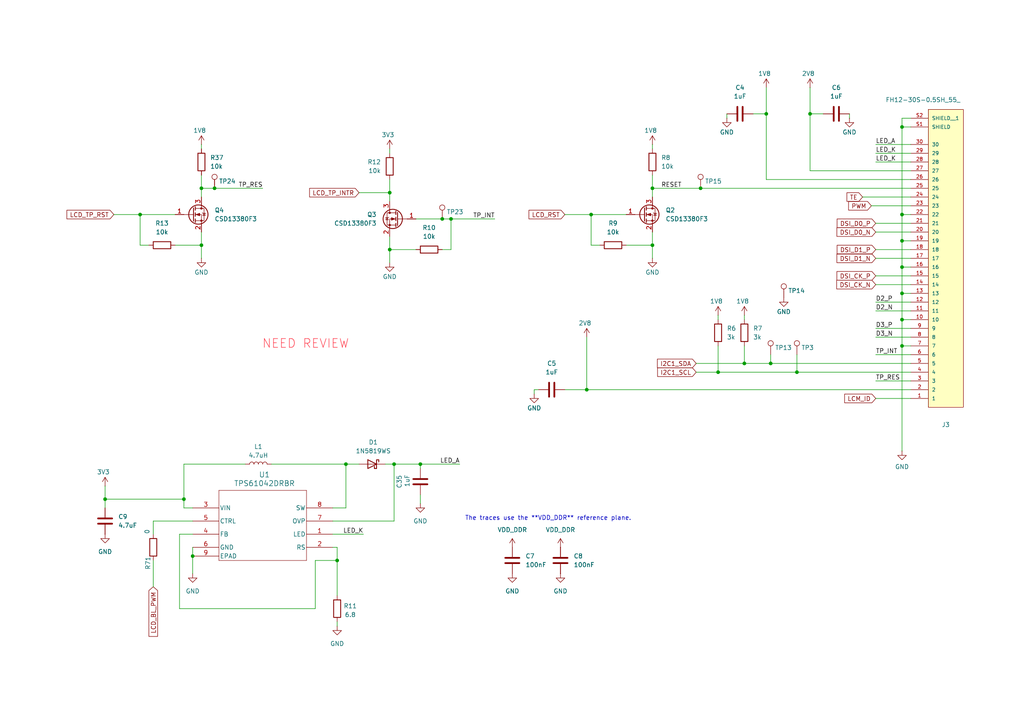
<source format=kicad_sch>
(kicad_sch (version 20250114) (generator "eeschema") (generator_version "9.0")
  (paper "A4")
  (lib_symbols
    (symbol "Connector:TestPoint" (pin_numbers (hide yes)) (pin_names (offset 0.762) (hide yes))
      (property "Reference" "TP" (at 0 6.858 0))
      (property "Value" "TestPoint" (at 0 5.08 0))
      (symbol "TestPoint_0_1"
        (circle (center 0 3.302) (radius 0.762))
      )
      (symbol "TestPoint_1_1"
        (pin passive line (at 0 0 90) (length 2.54) (name "1") (number "1"))
      )
    )
    (symbol "Device:C" (pin_numbers (hide yes)) (pin_names (offset 0.254))
      (property "Reference" "C" (at 0.635 2.54 0))
      (property "Value" "C" (at 0.635 -2.54 0))
      (symbol "C_0_1"
        (polyline (pts (xy -2.032 0.762) (xy 2.032 0.762)) (stroke (width 0.508)))
        (polyline (pts (xy -2.032 -0.762) (xy 2.032 -0.762)) (stroke (width 0.508)))
      )
      (symbol "C_1_1"
        (pin passive line (at 0 3.81 270) (length 2.794) (name "~") (number "1"))
        (pin passive line (at 0 -3.81 90) (length 2.794) (name "~") (number "2"))
      )
    )
    (symbol "Device:L" (pin_numbers (hide yes)) (pin_names (offset 1.016) (hide yes))
      (property "Reference" "L" (at -1.27 0 90))
      (property "Value" "L" (at 1.905 0 90))
      (symbol "L_0_1"
        (arc (start 0 2.54) (mid 0.6323 1.905) (end 0 1.27))
        (arc (start 0 1.27) (mid 0.6323 0.635) (end 0 0))
        (arc (start 0 0) (mid 0.6323 -0.635) (end 0 -1.27))
        (arc (start 0 -1.27) (mid 0.6323 -1.905) (end 0 -2.54))
      )
      (symbol "L_1_1"
        (pin passive line (at 0 3.81 270) (length 1.27) (name "1") (number "1"))
        (pin passive line (at 0 -3.81 90) (length 1.27) (name "2") (number "2"))
      )
    )
    (symbol "Device:R" (pin_numbers (hide yes)) (pin_names (offset 0))
      (property "Reference" "R" (at 2.032 0 90))
      (property "Value" "R" (at 0 0 90))
      (symbol "R_0_1"
        (rectangle (start -1.016 -2.54) (end 1.016 2.54) (stroke (width 0.254)))
      )
      (symbol "R_1_1"
        (pin passive line (at 0 3.81 270) (length 1.27) (name "~") (number "1"))
        (pin passive line (at 0 -3.81 90) (length 1.27) (name "~") (number "2"))
      )
    )
    (symbol "Diode:1N5819WS" (pin_numbers (hide yes)) (pin_names (offset 1.016) (hide yes))
      (property "Reference" "D" (at 0 2.54 0))
      (property "Value" "1N5819WS" (at 0 -2.54 0))
      (symbol "1N5819WS_0_1"
        (polyline (pts (xy -1.905 0.635) (xy -1.905 1.27) (xy -1.27 1.27) (xy -1.27 -1.27) (xy -0.635 -1.27) (xy -0.635 -0.635)) (stroke (width 0.254)))
        (polyline (pts (xy 1.27 1.27) (xy 1.27 -1.27) (xy -1.27 0) (xy 1.27 1.27)) (stroke (width 0.254)))
        (polyline (pts (xy 1.27 0) (xy -1.27 0)))
      )
      (symbol "1N5819WS_1_1"
        (pin passive line (at -3.81 0 0) (length 2.54) (name "K") (number "1"))
        (pin passive line (at 3.81 0 180) (length 2.54) (name "A") (number "2"))
      )
    )
    (symbol "FH12-30S-0.5SH_55_:FH12-30S-0.5SH_55_" (pin_names (offset 1.016))
      (property "Reference" "J" (at -5.1031 41.2766 0))
      (property "Value" "FH12-30S-0.5SH_55_" (at -5.0944 -48.3335 0))
      (symbol "FH12-30S-0.5SH_55__0_0"
        (rectangle (start -5.08 -45.72) (end 5.08 40.64) (stroke (width 0.1524)) (fill (type background)))
        (pin passive line (at 10.16 38.1 180) (length 5.08) (name "1") (number "1"))
        (pin passive line (at 10.16 35.56 180) (length 5.08) (name "2") (number "2"))
        (pin passive line (at 10.16 33.02 180) (length 5.08) (name "3") (number "3"))
        (pin passive line (at 10.16 30.48 180) (length 5.08) (name "4") (number "4"))
        (pin passive line (at 10.16 27.94 180) (length 5.08) (name "5") (number "5"))
        (pin passive line (at 10.16 25.4 180) (length 5.08) (name "6") (number "6"))
        (pin passive line (at 10.16 22.86 180) (length 5.08) (name "7") (number "7"))
        (pin passive line (at 10.16 20.32 180) (length 5.08) (name "8") (number "8"))
        (pin passive line (at 10.16 17.78 180) (length 5.08) (name "9") (number "9"))
        (pin passive line (at 10.16 15.24 180) (length 5.08) (name "10") (number "10"))
        (pin passive line (at 10.16 12.7 180) (length 5.08) (name "11") (number "11"))
        (pin passive line (at 10.16 10.16 180) (length 5.08) (name "12") (number "12"))
        (pin passive line (at 10.16 7.62 180) (length 5.08) (name "13") (number "13"))
        (pin passive line (at 10.16 5.08 180) (length 5.08) (name "14") (number "14"))
        (pin passive line (at 10.16 2.54 180) (length 5.08) (name "15") (number "15"))
        (pin passive line (at 10.16 0 180) (length 5.08) (name "16") (number "16"))
        (pin passive line (at 10.16 -2.54 180) (length 5.08) (name "17") (number "17"))
        (pin passive line (at 10.16 -5.08 180) (length 5.08) (name "18") (number "18"))
        (pin passive line (at 10.16 -7.62 180) (length 5.08) (name "19") (number "19"))
        (pin passive line (at 10.16 -10.16 180) (length 5.08) (name "20") (number "20"))
        (pin passive line (at 10.16 -12.7 180) (length 5.08) (name "21") (number "21"))
        (pin passive line (at 10.16 -15.24 180) (length 5.08) (name "22") (number "22"))
        (pin passive line (at 10.16 -17.78 180) (length 5.08) (name "23") (number "23"))
        (pin passive line (at 10.16 -20.32 180) (length 5.08) (name "24") (number "24"))
        (pin passive line (at 10.16 -22.86 180) (length 5.08) (name "25") (number "25"))
        (pin passive line (at 10.16 -25.4 180) (length 5.08) (name "26") (number "26"))
        (pin passive line (at 10.16 -27.94 180) (length 5.08) (name "27") (number "27"))
        (pin passive line (at 10.16 -30.48 180) (length 5.08) (name "28") (number "28"))
        (pin passive line (at 10.16 -33.02 180) (length 5.08) (name "29") (number "29"))
        (pin passive line (at 10.16 -35.56 180) (length 5.08) (name "30") (number "30"))
        (pin passive line (at 10.16 -40.64 180) (length 5.08) (name "SHIELD") (number "S1"))
        (pin passive line (at 10.16 -43.18 180) (length 5.08) (name "SHIELD__1") (number "S2"))
      )
    )
    (symbol "TPS61042:TPS61042DRBR" (pin_names (offset 0.254))
      (property "Reference" "U" (at 27.94 10.16 0))
      (property "Value" "TPS61042DRBR" (at 27.94 7.62 0))
      (symbol "TPS61042DRBR_0_1"
        (polyline (pts (xy 7.62 5.08) (xy 7.62 -15.24)) (stroke (width 0.127)))
        (polyline (pts (xy 7.62 -15.24) (xy 33.02 -15.24)) (stroke (width 0.127)) (fill (type background)))
        (polyline (pts (xy 33.02 5.08) (xy 7.62 5.08)) (stroke (width 0.127)))
        (polyline (pts (xy 33.02 -15.24) (xy 33.02 5.08)) (stroke (width 0.127)))
        (pin input line (at 0 0 0) (length 7.62) (name "VIN") (number "3"))
        (pin input line (at 0 -3.81 0) (length 7.62) (name "CTRL") (number "5"))
        (pin input line (at 0 -7.62 0) (length 7.62) (name "FB") (number "4"))
        (pin power_in line (at 0 -11.43 0) (length 7.62) (name "GND") (number "6"))
        (pin unspecified line (at 0 -13.97 0) (length 7.62) (name "EPAD") (number "9"))
        (pin input line (at 40.64 0 180) (length 7.62) (name "SW") (number "8"))
        (pin input line (at 40.64 -3.81 180) (length 7.62) (name "OVP") (number "7"))
        (pin input line (at 40.64 -7.62 180) (length 7.62) (name "LED") (number "1"))
        (pin output line (at 40.64 -11.43 180) (length 7.62) (name "RS") (number "2"))
      )
    )
    (symbol "Transistor_FET:CSD13380F3" (pin_names (hide yes))
      (property "Reference" "Q" (at 5.08 1.905 0))
      (property "Value" "CSD13380F3" (at 5.08 0 0))
      (symbol "CSD13380F3_1_1"
        (polyline (pts (xy 0.254 0) (xy -2.54 0)))
        (polyline (pts (xy 0.254 -1.905) (xy 0.254 1.905)) (stroke (width 0.254)))
        (polyline (pts (xy 0.762 1.778) (xy 3.302 1.778) (xy 3.302 -1.778) (xy 0.762 -1.778)))
        (polyline (pts (xy 0.762 1.27) (xy 0.762 2.286)) (stroke (width 0.254)))
        (polyline (pts (xy 0.762 -0.508) (xy 0.762 0.508)) (stroke (width 0.254)))
        (polyline (pts (xy 0.762 -2.286) (xy 0.762 -1.27)) (stroke (width 0.254)))
        (polyline (pts (xy 1.016 0) (xy 2.032 -0.381) (xy 2.032 0.381) (xy 1.016 0)) (fill (type outline)))
        (circle (center 1.651 0) (radius 2.794) (stroke (width 0.254)))
        (polyline (pts (xy 2.54 1.905) (xy 2.54 2.54)))
        (circle (center 2.54 1.778) (radius 0.254) (fill (type outline)))
        (circle (center 2.54 -1.778) (radius 0.254) (fill (type outline)))
        (polyline (pts (xy 2.54 -2.54) (xy 2.54 0) (xy 0.762 0)))
        (polyline (pts (xy 2.794 0.508) (xy 2.921 0.381) (xy 3.683 0.381) (xy 3.81 0.254)))
        (polyline (pts (xy 3.302 0.381) (xy 2.921 -0.254) (xy 3.683 -0.254) (xy 3.302 0.381)))
        (pin input line (at -5.08 0 0) (length 2.54) (name "G") (number "1"))
        (pin passive line (at 2.54 5.08 270) (length 2.54) (name "D") (number "3"))
        (pin passive line (at 2.54 -5.08 90) (length 2.54) (name "S") (number "2"))
      )
    )
    (symbol "power:+36V" (power) (pin_numbers (hide yes)) (pin_names (offset 0) (hide yes))
      (property "Value" "+36V" (at 0 3.556 0))
      (symbol "+36V_0_1"
        (polyline (pts (xy -0.762 1.27) (xy 0 2.54)))
        (polyline (pts (xy 0 2.54) (xy 0.762 1.27)))
        (polyline (pts (xy 0 0) (xy 0 2.54)))
      )
      (symbol "+36V_1_1"
        (pin power_in line (at 0 0 90) (length 0) (name "~") (number "1"))
      )
    )
    (symbol "power:GND" (power) (pin_numbers (hide yes)) (pin_names (offset 0) (hide yes))
      (property "Value" "GND" (at 0 -3.81 0))
      (symbol "GND_0_1"
        (polyline (pts (xy 0 0) (xy 0 -1.27) (xy 1.27 -1.27) (xy 0 -2.54) (xy -1.27 -1.27) (xy 0 -1.27)))
      )
      (symbol "GND_1_1"
        (pin power_in line (at 0 0 270) (length 0) (name "~") (number "1"))
      )
    )
    (symbol "power:VCC" (power) (pin_numbers (hide yes)) (pin_names (offset 0) (hide yes))
      (property "Value" "VCC" (at 0 3.556 0))
      (symbol "VCC_0_1"
        (polyline (pts (xy -0.762 1.27) (xy 0 2.54)))
        (polyline (pts (xy 0 2.54) (xy 0.762 1.27)))
        (polyline (pts (xy 0 0) (xy 0 2.54)))
      )
      (symbol "VCC_1_1"
        (pin power_in line (at 0 0 90) (length 0) (name "~") (number "1"))
      )
    )
  )
  (text "NEED REVIEW" (at 88.646 99.822 0) (effects (font (size 2.54 2.54))))
  (text "The traces use the **VDD_DDR** reference plane." (at 159.004 150.368 0) (effects (font (size 1.27 1.27))))
  (junction (at 222.25 33.02))
  (junction (at 223.52 105.41))
  (junction (at 114.3 134.62))
  (junction (at 261.62 92.71))
  (junction (at 121.92 134.62))
  (junction (at 208.28 107.95))
  (junction (at 62.23 54.61))
  (junction (at 261.62 36.83))
  (junction (at 113.03 72.39))
  (junction (at 231.14 107.95))
  (junction (at 203.2 54.61))
  (junction (at 215.9 105.41))
  (junction (at 261.62 62.23))
  (junction (at 261.62 100.33))
  (junction (at 40.64 62.23))
  (junction (at 58.42 54.61))
  (junction (at 97.79 162.56))
  (junction (at 30.48 144.78))
  (junction (at 130.81 63.5))
  (junction (at 128.27 63.5))
  (junction (at 189.23 71.12))
  (junction (at 170.18 113.03))
  (junction (at 234.95 33.02))
  (junction (at 261.62 69.85))
  (junction (at 261.62 77.47))
  (junction (at 53.34 144.78))
  (junction (at 171.45 62.23))
  (junction (at 55.88 161.29))
  (junction (at 100.33 134.62))
  (junction (at 189.23 54.61))
  (junction (at 58.42 71.12))
  (junction (at 113.03 55.88))
  (junction (at 261.62 85.09))
  (wire (pts (xy 163.83 113.03) (xy 170.18 113.03)))
  (wire (pts (xy 121.92 134.62) (xy 121.92 135.89)))
  (wire (pts (xy 210.82 34.29) (xy 210.82 33.02)))
  (wire (pts (xy 128.27 72.39) (xy 130.81 72.39)))
  (wire (pts (xy 254 87.63) (xy 264.16 87.63)))
  (wire (pts (xy 128.27 63.5) (xy 120.65 63.5)))
  (wire (pts (xy 130.81 63.5) (xy 128.27 63.5)))
  (wire (pts (xy 58.42 54.61) (xy 62.23 54.61)))
  (wire (pts (xy 97.79 180.34) (xy 97.79 181.61)))
  (wire (pts (xy 154.94 114.3) (xy 154.94 113.03)))
  (wire (pts (xy 58.42 41.91) (xy 58.42 43.18)))
  (wire (pts (xy 58.42 54.61) (xy 58.42 57.15)))
  (wire (pts (xy 40.64 71.12) (xy 40.64 62.23)))
  (wire (pts (xy 261.62 36.83) (xy 264.16 36.83)))
  (wire (pts (xy 223.52 102.87) (xy 223.52 105.41)))
  (wire (pts (xy 254 97.79) (xy 264.16 97.79)))
  (wire (pts (xy 261.62 36.83) (xy 261.62 62.23)))
  (wire (pts (xy 261.62 100.33) (xy 264.16 100.33)))
  (wire (pts (xy 170.18 113.03) (xy 264.16 113.03)))
  (wire (pts (xy 163.83 62.23) (xy 171.45 62.23)))
  (wire (pts (xy 222.25 33.02) (xy 222.25 52.07)))
  (wire (pts (xy 261.62 77.47) (xy 264.16 77.47)))
  (wire (pts (xy 96.52 147.32) (xy 100.33 147.32)))
  (wire (pts (xy 171.45 71.12) (xy 171.45 62.23)))
  (wire (pts (xy 254 72.39) (xy 264.16 72.39)))
  (wire (pts (xy 113.03 43.18) (xy 113.03 44.45)))
  (wire (pts (xy 55.88 158.75) (xy 55.88 161.29)))
  (wire (pts (xy 62.23 54.61) (xy 76.2 54.61)))
  (wire (pts (xy 254 64.77) (xy 264.16 64.77)))
  (wire (pts (xy 254 44.45) (xy 264.16 44.45)))
  (wire (pts (xy 261.62 34.29) (xy 261.62 36.83)))
  (wire (pts (xy 33.02 62.23) (xy 40.64 62.23)))
  (wire (pts (xy 171.45 62.23) (xy 181.61 62.23)))
  (wire (pts (xy 261.62 85.09) (xy 261.62 92.71)))
  (wire (pts (xy 55.88 161.29) (xy 55.88 166.37)))
  (wire (pts (xy 30.48 147.32) (xy 30.48 144.78)))
  (wire (pts (xy 114.3 134.62) (xy 114.3 151.13)))
  (wire (pts (xy 50.8 71.12) (xy 58.42 71.12)))
  (wire (pts (xy 53.34 147.32) (xy 53.34 144.78)))
  (wire (pts (xy 58.42 74.93) (xy 58.42 71.12)))
  (wire (pts (xy 234.95 33.02) (xy 234.95 49.53)))
  (wire (pts (xy 189.23 54.61) (xy 203.2 54.61)))
  (wire (pts (xy 189.23 50.8) (xy 189.23 54.61)))
  (wire (pts (xy 173.99 71.12) (xy 171.45 71.12)))
  (wire (pts (xy 261.62 62.23) (xy 261.62 69.85)))
  (wire (pts (xy 261.62 100.33) (xy 261.62 130.81)))
  (wire (pts (xy 97.79 162.56) (xy 91.44 162.56)))
  (wire (pts (xy 215.9 91.44) (xy 215.9 92.71)))
  (wire (pts (xy 250.19 57.15) (xy 264.16 57.15)))
  (wire (pts (xy 43.18 71.12) (xy 40.64 71.12)))
  (wire (pts (xy 254 80.01) (xy 264.16 80.01)))
  (wire (pts (xy 231.14 107.95) (xy 264.16 107.95)))
  (wire (pts (xy 30.48 140.97) (xy 30.48 144.78)))
  (wire (pts (xy 189.23 74.93) (xy 189.23 71.12)))
  (wire (pts (xy 201.93 107.95) (xy 208.28 107.95)))
  (wire (pts (xy 44.45 170.18) (xy 44.45 162.56)))
  (wire (pts (xy 254 74.93) (xy 264.16 74.93)))
  (wire (pts (xy 44.45 154.94) (xy 44.45 151.13)))
  (wire (pts (xy 113.03 76.2) (xy 113.03 72.39)))
  (wire (pts (xy 208.28 107.95) (xy 231.14 107.95)))
  (wire (pts (xy 261.62 69.85) (xy 264.16 69.85)))
  (wire (pts (xy 254 95.25) (xy 264.16 95.25)))
  (wire (pts (xy 254 46.99) (xy 264.16 46.99)))
  (wire (pts (xy 113.03 72.39) (xy 113.03 68.58)))
  (wire (pts (xy 58.42 50.8) (xy 58.42 54.61)))
  (wire (pts (xy 254 110.49) (xy 264.16 110.49)))
  (wire (pts (xy 234.95 49.53) (xy 264.16 49.53)))
  (wire (pts (xy 130.81 63.5) (xy 143.51 63.5)))
  (wire (pts (xy 246.38 34.29) (xy 246.38 33.02)))
  (wire (pts (xy 234.95 25.4) (xy 234.95 33.02)))
  (wire (pts (xy 113.03 58.42) (xy 113.03 55.88)))
  (wire (pts (xy 181.61 71.12) (xy 189.23 71.12)))
  (wire (pts (xy 203.2 54.61) (xy 264.16 54.61)))
  (wire (pts (xy 264.16 34.29) (xy 261.62 34.29)))
  (wire (pts (xy 201.93 105.41) (xy 215.9 105.41)))
  (wire (pts (xy 264.16 62.23) (xy 261.62 62.23)))
  (wire (pts (xy 223.52 105.41) (xy 264.16 105.41)))
  (wire (pts (xy 91.44 176.53) (xy 52.07 176.53)))
  (wire (pts (xy 52.07 154.94) (xy 55.88 154.94)))
  (wire (pts (xy 170.18 97.79) (xy 170.18 113.03)))
  (wire (pts (xy 238.76 33.02) (xy 234.95 33.02)))
  (wire (pts (xy 231.14 102.87) (xy 231.14 107.95)))
  (wire (pts (xy 215.9 100.33) (xy 215.9 105.41)))
  (wire (pts (xy 215.9 105.41) (xy 223.52 105.41)))
  (wire (pts (xy 264.16 85.09) (xy 261.62 85.09)))
  (wire (pts (xy 113.03 52.07) (xy 113.03 55.88)))
  (wire (pts (xy 100.33 134.62) (xy 100.33 147.32)))
  (wire (pts (xy 261.62 69.85) (xy 261.62 77.47)))
  (wire (pts (xy 44.45 151.13) (xy 55.88 151.13)))
  (wire (pts (xy 222.25 52.07) (xy 264.16 52.07)))
  (wire (pts (xy 96.52 158.75) (xy 97.79 158.75)))
  (wire (pts (xy 208.28 91.44) (xy 208.28 92.71)))
  (wire (pts (xy 218.44 33.02) (xy 222.25 33.02)))
  (wire (pts (xy 111.76 134.62) (xy 114.3 134.62)))
  (wire (pts (xy 121.92 143.51) (xy 121.92 146.05)))
  (wire (pts (xy 261.62 77.47) (xy 261.62 85.09)))
  (wire (pts (xy 208.28 100.33) (xy 208.28 107.95)))
  (wire (pts (xy 30.48 144.78) (xy 53.34 144.78)))
  (wire (pts (xy 120.65 72.39) (xy 113.03 72.39)))
  (wire (pts (xy 104.14 55.88) (xy 113.03 55.88)))
  (wire (pts (xy 254 102.87) (xy 264.16 102.87)))
  (wire (pts (xy 114.3 151.13) (xy 96.52 151.13)))
  (wire (pts (xy 254 41.91) (xy 264.16 41.91)))
  (wire (pts (xy 114.3 134.62) (xy 121.92 134.62)))
  (wire (pts (xy 52.07 176.53) (xy 52.07 154.94)))
  (wire (pts (xy 254 82.55) (xy 264.16 82.55)))
  (wire (pts (xy 55.88 147.32) (xy 53.34 147.32)))
  (wire (pts (xy 78.74 134.62) (xy 100.33 134.62)))
  (wire (pts (xy 97.79 162.56) (xy 97.79 172.72)))
  (wire (pts (xy 97.79 162.56) (xy 97.79 158.75)))
  (wire (pts (xy 96.52 154.94) (xy 105.41 154.94)))
  (wire (pts (xy 254 115.57) (xy 264.16 115.57)))
  (wire (pts (xy 58.42 71.12) (xy 58.42 67.31)))
  (wire (pts (xy 40.64 62.23) (xy 50.8 62.23)))
  (wire (pts (xy 154.94 113.03) (xy 156.21 113.03)))
  (wire (pts (xy 121.92 134.62) (xy 133.35 134.62)))
  (wire (pts (xy 100.33 134.62) (xy 104.14 134.62)))
  (wire (pts (xy 261.62 92.71) (xy 261.62 100.33)))
  (wire (pts (xy 91.44 162.56) (xy 91.44 176.53)))
  (wire (pts (xy 254 90.17) (xy 264.16 90.17)))
  (wire (pts (xy 53.34 144.78) (xy 53.34 134.62)))
  (wire (pts (xy 189.23 57.15) (xy 189.23 54.61)))
  (wire (pts (xy 53.34 134.62) (xy 71.12 134.62)))
  (wire (pts (xy 261.62 92.71) (xy 264.16 92.71)))
  (wire (pts (xy 254 67.31) (xy 264.16 67.31)))
  (wire (pts (xy 189.23 41.91) (xy 189.23 43.18)))
  (wire (pts (xy 252.73 59.69) (xy 264.16 59.69)))
  (wire (pts (xy 130.81 72.39) (xy 130.81 63.5)))
  (wire (pts (xy 222.25 25.4) (xy 222.25 33.02)))
  (wire (pts (xy 189.23 71.12) (xy 189.23 67.31)))
  (label "LED_K" (at 105.41 154.94 180))
  (label "LED_A" (at 133.35 134.62 180))
  (label "LED_K" (at 254 44.45 0))
  (label "D2_N" (at 254 90.17 0))
  (label "D2_P" (at 254 87.63 0))
  (label "TP_RES" (at 254 110.49 0))
  (label "LED_K" (at 254 46.99 0))
  (label "TP_INT" (at 143.51 63.5 180))
  (label "LED_A" (at 254 41.91 0))
  (label "RESET" (at 191.77 54.61 0))
  (label "TP_RES" (at 76.2 54.61 180))
  (label "TP_INT" (at 254 102.87 0))
  (label "D3_P" (at 254 95.25 0))
  (label "D3_N" (at 254 97.79 0))
  (global_label "DSI_D1_N" (shape input) (at 254 74.93 180) (property "Intersheetrefs" "${INTERSHEET_REFS}" (effects (hide yes))))
  (global_label "I2C1_SDA" (shape input) (at 201.93 105.41 180) (property "Intersheetrefs" "${INTERSHEET_REFS}" (effects (hide yes))))
  (global_label "I2C1_SCL" (shape input) (at 201.93 107.95 180) (property "Intersheetrefs" "${INTERSHEET_REFS}" (effects (hide yes))))
  (global_label "LCD_TP_INTR" (shape input) (at 104.14 55.88 180) (property "Intersheetrefs" "${INTERSHEET_REFS}" (effects (hide yes))))
  (global_label "LCM_ID" (shape input) (at 254 115.57 180) (property "Intersheetrefs" "${INTERSHEET_REFS}" (effects (hide yes))))
  (global_label "DSI_CK_P" (shape input) (at 254 80.01 180) (property "Intersheetrefs" "${INTERSHEET_REFS}" (effects (hide yes))))
  (global_label "DSI_D0_P" (shape input) (at 254 64.77 180) (property "Intersheetrefs" "${INTERSHEET_REFS}" (effects (hide yes))))
  (global_label "DSI_D1_P" (shape input) (at 254 72.39 180) (property "Intersheetrefs" "${INTERSHEET_REFS}" (effects (hide yes))))
  (global_label "DSI_CK_N" (shape input) (at 254 82.55 180) (property "Intersheetrefs" "${INTERSHEET_REFS}" (effects (hide yes))))
  (global_label "TE" (shape input) (at 250.19 57.15 180) (property "Intersheetrefs" "${INTERSHEET_REFS}" (effects (hide yes))))
  (global_label "PWM" (shape input) (at 252.73 59.69 180) (property "Intersheetrefs" "${INTERSHEET_REFS}" (effects (hide yes))))
  (global_label "LCD_TP_RST" (shape input) (at 33.02 62.23 180) (property "Intersheetrefs" "${INTERSHEET_REFS}" (effects (hide yes))))
  (global_label "LCD_RST" (shape input) (at 163.83 62.23 180) (property "Intersheetrefs" "${INTERSHEET_REFS}" (effects (hide yes))))
  (global_label "DSI_D0_N" (shape input) (at 254 67.31 180) (property "Intersheetrefs" "${INTERSHEET_REFS}" (effects (hide yes))))
  (global_label "LCD_BL_PWM" (shape input) (at 44.45 170.18 270) (property "Intersheetrefs" "${INTERSHEET_REFS}" (effects (hide yes))))
  (symbol (lib_id "power:VCC") (at 222.25 25.4 0) (unit 1)
    (property "Reference" "#PWR010" (effects (hide yes)))
    (property "Value" "1V8" (at 221.742 21.336 0))
    (property "Description" "Power symbol creates a global label with name \"VCC\"" (effects (hide yes)))
  )
  (symbol (lib_id "Device:C") (at 242.57 33.02 90) (unit 1)
    (property "Reference" "C6" (at 242.57 25.4 90))
    (property "Value" "1uF" (at 242.57 27.94 90))
    (property "Footprint" "lib:C_0402_small" (effects (hide yes)))
    (property "Description" "Unpolarized capacitor" (effects (hide yes)))
    (property "LCSC Part #" "C52923" (effects (hide yes)))
    (property "REC P/N" "GRM155R61E105KA12D" (effects (hide yes)))
  )
  (symbol (lib_id "power:VCC") (at 113.03 43.18 0) (unit 1)
    (property "Reference" "#PWR0152" (effects (hide yes)))
    (property "Value" "3V3" (at 112.522 39.116 0))
    (property "Description" "Power symbol creates a global label with name \"VCC\"" (effects (hide yes)))
  )
  (symbol (lib_id "Transistor_FET:CSD13380F3") (at 55.88 62.23 0) (unit 1)
    (property "Reference" "Q4" (at 62.23 60.9599 0) (effects (justify left)))
    (property "Value" "CSD13380F3" (at 62.23 63.4999 0) (effects (justify left)))
    (property "Footprint" "Package_DFN_QFN:Texas_PicoStar_DFN-3_0.69x0.60mm" (effects (hide yes)))
    (property "Datasheet" "https://www.ti.com/lit/ds/symlink/csd13380f3.pdf" (effects (hide yes)))
    (property "Description" "3.6A Id, 12V Vds, N-Channel MOSFET, 76mOhm Ron,max @ 4.5Vgs, 0.91nC Qg,typ @ 4.5Vgs, PicoStar 0.73x0.64mm max, 0.69x0.60mm nom" (effects (hide yes)))
  )
  (symbol (lib_id "power:GND") (at 113.03 76.2 0) (mirror y) (unit 1)
    (property "Reference" "#PWR0153" (effects (hide yes)))
    (property "Value" "GND" (at 113.03 80.264 0))
    (property "Description" "Power symbol creates a global label with name \"GND\" , ground" (effects (hide yes)))
  )
  (symbol (lib_id "power:GND") (at 227.33 86.36 0) (unit 1)
    (property "Reference" "#PWR027" (effects (hide yes)))
    (property "Value" "GND" (at 227.33 90.424 0))
    (property "Description" "Power symbol creates a global label with name \"GND\" , ground" (effects (hide yes)))
  )
  (symbol (lib_id "power:GND") (at 30.48 154.94 0) (unit 1)
    (property "Reference" "#PWR025" (effects (hide yes)))
    (property "Value" "GND" (at 30.48 160.02 0))
    (property "Description" "Power symbol creates a global label with name \"GND\" , ground" (effects (hide yes)))
  )
  (symbol (lib_id "power:+36V") (at 148.59 158.75 0) (unit 1)
    (property "Reference" "#PWR015" (effects (hide yes)))
    (property "Value" "VDD_DDR" (at 148.59 153.67 0))
    (property "Description" "Power symbol creates a global label with name \"+36V\"" (effects (hide yes)))
  )
  (symbol (lib_id "power:VCC") (at 170.18 97.79 0) (unit 1)
    (property "Reference" "#PWR013" (effects (hide yes)))
    (property "Value" "2V8" (at 169.672 93.726 0))
    (property "Description" "Power symbol creates a global label with name \"VCC\"" (effects (hide yes)))
  )
  (symbol (lib_id "Connector:TestPoint") (at 203.2 54.61 0) (unit 1)
    (property "Reference" "TP15" (at 204.47 52.578 0) (effects (justify left)))
    (property "Value" "TestPoint" (effects (hide yes)))
    (property "Footprint" "lib:TP_0.5" (effects (hide yes)))
    (property "Description" "test point" (effects (hide yes)))
  )
  (symbol (lib_id "Connector:TestPoint") (at 62.23 54.61 0) (unit 1)
    (property "Reference" "TP24" (at 63.5 52.578 0) (effects (justify left)))
    (property "Value" "TestPoint" (effects (hide yes)))
    (property "Footprint" "lib:TP_0.5" (effects (hide yes)))
    (property "Description" "test point" (effects (hide yes)))
  )
  (symbol (lib_id "Transistor_FET:CSD13380F3") (at 186.69 62.23 0) (unit 1)
    (property "Reference" "Q2" (at 193.04 60.9599 0) (effects (justify left)))
    (property "Value" "CSD13380F3" (at 193.04 63.4999 0) (effects (justify left)))
    (property "Footprint" "Package_DFN_QFN:Texas_PicoStar_DFN-3_0.69x0.60mm" (effects (hide yes)))
    (property "Datasheet" "https://www.ti.com/lit/ds/symlink/csd13380f3.pdf" (effects (hide yes)))
    (property "Description" "3.6A Id, 12V Vds, N-Channel MOSFET, 76mOhm Ron,max @ 4.5Vgs, 0.91nC Qg,typ @ 4.5Vgs, PicoStar 0.73x0.64mm max, 0.69x0.60mm nom" (effects (hide yes)))
  )
  (symbol (lib_id "Device:C") (at 162.56 162.56 0) (unit 1)
    (property "Reference" "C8" (at 166.37 161.2899 0) (effects (justify left)))
    (property "Value" "100nF" (at 166.37 163.8299 0) (effects (justify left)))
    (property "Footprint" "lib:C_0402_small" (effects (hide yes)))
    (property "Description" "Unpolarized capacitor" (effects (hide yes)))
    (property "LCSC#" "C1525" (effects (hide yes)))
    (property "LCSC Part #" "C307331" (effects (hide yes)))
  )
  (symbol (lib_id "power:GND") (at 162.56 166.37 0) (unit 1)
    (property "Reference" "#PWR021" (effects (hide yes)))
    (property "Value" "GND" (at 162.56 171.45 0))
    (property "Description" "Power symbol creates a global label with name \"GND\" , ground" (effects (hide yes)))
  )
  (symbol (lib_id "power:VCC") (at 189.23 41.91 0) (unit 1)
    (property "Reference" "#PWR0151" (effects (hide yes)))
    (property "Value" "1V8" (at 188.722 37.846 0))
    (property "Description" "Power symbol creates a global label with name \"VCC\"" (effects (hide yes)))
  )
  (symbol (lib_id "power:GND") (at 154.94 114.3 0) (unit 1)
    (property "Reference" "#PWR011" (effects (hide yes)))
    (property "Value" "GND" (at 154.94 118.364 0))
    (property "Description" "Power symbol creates a global label with name \"GND\" , ground" (effects (hide yes)))
  )
  (symbol (lib_id "Device:C") (at 148.59 162.56 0) (unit 1)
    (property "Reference" "C7" (at 152.4 161.2899 0) (effects (justify left)))
    (property "Value" "100nF" (at 152.4 163.8299 0) (effects (justify left)))
    (property "Footprint" "lib:C_0402_small" (effects (hide yes)))
    (property "Description" "Unpolarized capacitor" (effects (hide yes)))
    (property "LCSC#" "C1525" (effects (hide yes)))
    (property "LCSC Part #" "C307331" (effects (hide yes)))
  )
  (symbol (lib_id "power:GND") (at 58.42 74.93 0) (unit 1)
    (property "Reference" "#PWR0155" (effects (hide yes)))
    (property "Value" "GND" (at 58.42 78.994 0))
    (property "Description" "Power symbol creates a global label with name \"GND\" , ground" (effects (hide yes)))
  )
  (symbol (lib_id "power:GND") (at 210.82 34.29 0) (unit 1)
    (property "Reference" "#PWR09" (effects (hide yes)))
    (property "Value" "GND" (at 210.82 38.354 0))
    (property "Description" "Power symbol creates a global label with name \"GND\" , ground" (effects (hide yes)))
  )
  (symbol (lib_id "power:VCC") (at 208.28 91.44 0) (unit 1)
    (property "Reference" "#PWR018" (effects (hide yes)))
    (property "Value" "1V8" (at 207.772 87.376 0))
    (property "Description" "Power symbol creates a global label with name \"VCC\"" (effects (hide yes)))
  )
  (symbol (lib_id "power:VCC") (at 58.42 41.91 0) (unit 1)
    (property "Reference" "#PWR0154" (effects (hide yes)))
    (property "Value" "1V8" (at 57.912 37.846 0))
    (property "Description" "Power symbol creates a global label with name \"VCC\"" (effects (hide yes)))
  )
  (symbol (lib_id "power:VCC") (at 30.48 140.97 0) (unit 1)
    (property "Reference" "#PWR026" (effects (hide yes)))
    (property "Value" "3V3" (at 29.972 136.906 0))
    (property "Description" "Power symbol creates a global label with name \"VCC\"" (effects (hide yes)))
  )
  (symbol (lib_id "Connector:TestPoint") (at 227.33 86.36 0) (unit 1)
    (property "Reference" "TP14" (at 228.6 84.328 0) (effects (justify left)))
    (property "Value" "TestPoint" (effects (hide yes)))
    (property "Footprint" "lib:TP_0.5" (effects (hide yes)))
    (property "Description" "test point" (effects (hide yes)))
  )
  (symbol (lib_id "Device:C") (at 160.02 113.03 90) (unit 1)
    (property "Reference" "C5" (at 160.02 105.41 90))
    (property "Value" "1uF" (at 160.02 107.95 90))
    (property "Footprint" "lib:C_0402_small" (effects (hide yes)))
    (property "Description" "Unpolarized capacitor" (effects (hide yes)))
    (property "LCSC Part #" "C52923" (effects (hide yes)))
    (property "REC P/N" "GRM155R61E105KA12D" (effects (hide yes)))
  )
  (symbol (lib_id "power:+36V") (at 162.56 158.75 0) (unit 1)
    (property "Reference" "#PWR020" (effects (hide yes)))
    (property "Value" "VDD_DDR" (at 162.56 153.67 0))
    (property "Description" "Power symbol creates a global label with name \"+36V\"" (effects (hide yes)))
  )
  (symbol (lib_id "power:GND") (at 97.79 181.61 0) (unit 1)
    (property "Reference" "#PWR023" (effects (hide yes)))
    (property "Value" "GND" (at 97.79 186.69 0))
    (property "Description" "Power symbol creates a global label with name \"GND\" , ground" (effects (hide yes)))
  )
  (symbol (lib_id "power:GND") (at 189.23 74.93 0) (unit 1)
    (property "Reference" "#PWR0150" (effects (hide yes)))
    (property "Value" "GND" (at 189.23 78.994 0))
    (property "Description" "Power symbol creates a global label with name \"GND\" , ground" (effects (hide yes)))
  )
  (symbol (lib_id "Connector:TestPoint") (at 223.52 102.87 0) (unit 1)
    (property "Reference" "TP13" (at 224.79 100.838 0) (effects (justify left)))
    (property "Value" "TestPoint" (effects (hide yes)))
    (property "Footprint" "lib:TP_0.5" (effects (hide yes)))
    (property "Description" "test point" (effects (hide yes)))
  )
  (symbol (lib_id "power:GND") (at 148.59 166.37 0) (unit 1)
    (property "Reference" "#PWR016" (effects (hide yes)))
    (property "Value" "GND" (at 148.59 171.45 0))
    (property "Description" "Power symbol creates a global label with name \"GND\" , ground" (effects (hide yes)))
  )
  (symbol (lib_id "Device:R") (at 44.45 158.75 0) (unit 1)
    (property "Reference" "R71" (at 42.926 163.322 90))
    (property "Value" "0" (at 42.672 154.178 90))
    (property "Footprint" "Resistor_SMD:R_0402_1005Metric" (effects (hide yes)))
    (property "Description" "Resistor" (effects (hide yes)))
    (property "LCSC Part #" "C17168" (effects (hide yes)))
  )
  (symbol (lib_id "Device:C") (at 214.63 33.02 270) (mirror x) (unit 1)
    (property "Reference" "C4" (at 214.63 25.4 90))
    (property "Value" "1uF" (at 214.63 27.94 90))
    (property "Footprint" "lib:C_0402_small" (effects (hide yes)))
    (property "Description" "Unpolarized capacitor" (effects (hide yes)))
    (property "LCSC Part #" "C52923" (effects (hide yes)))
    (property "REC P/N" "GRM155R61E105KA12D" (effects (hide yes)))
  )
  (symbol (lib_id "Device:R") (at 208.28 96.52 180) (unit 1)
    (property "Reference" "R6" (at 210.82 95.2499 0) (effects (justify right)))
    (property "Value" "3k" (at 210.82 97.7899 0) (effects (justify right)))
    (property "Footprint" "Resistor_SMD:R_0402_1005Metric" (effects (hide yes)))
    (property "Description" "Resistor" (effects (hide yes)))
    (property "LCSC Part #" "C25784" (effects (hide yes)))
  )
  (symbol (lib_id "Device:R") (at 46.99 71.12 270) (unit 1)
    (property "Reference" "R13" (at 46.99 64.77 90))
    (property "Value" "10k" (at 46.99 67.31 90))
    (property "Footprint" "Resistor_SMD:R_0402_1005Metric" (effects (hide yes)))
    (property "Description" "Resistor" (effects (hide yes)))
    (property "LCSC Part #" "C25744" (effects (hide yes)))
  )
  (symbol (lib_id "FH12-30S-0.5SH_55_:FH12-30S-0.5SH_55_") (at 274.32 77.47 180) (unit 1)
    (property "Reference" "J3" (at 274.32 123.19 0))
    (property "Value" "FH12-30S-0.5SH_55_" (at 267.716 28.956 0))
    (property "Footprint" "lib:HIROSE_FH12-30S-0.5SH_55_" (effects (hide yes)))
    (property "STANDARD" "Manufacturer Recommendation" (effects (hide yes)))
    (property "MANUFACTURER" "Hirose" (effects (hide yes)))
    (property "LCSC#" " C506793" (effects (hide yes)))
    (property "LCSC Part #" "C506793" (effects (hide yes)))
  )
  (symbol (lib_id "TPS61042:TPS61042DRBR") (at 55.88 147.32 0) (unit 1)
    (property "Reference" "U1" (at 76.708 137.668 0) (effects (font (size 1.524 1.524))))
    (property "Value" "TPS61042DRBR" (at 76.708 140.208 0) (effects (font (size 1.524 1.524))))
    (property "Footprint" "lib:DRB8_1P75X1P5" (effects (hide yes)))
    (property "Datasheet" "TPS61042DRBR" (effects (hide yes)))
    (property "LCSC#" "C91304" (effects (hide yes)))
    (property "LCSC Part #" "C91304" (effects (hide yes)))
  )
  (symbol (lib_id "Device:C") (at 30.48 151.13 180) (unit 1)
    (property "Reference" "C9" (at 34.29 149.8599 0) (effects (justify right)))
    (property "Value" "4.7uF" (at 34.29 152.3999 0) (effects (justify right)))
    (property "Footprint" "lib:C_0402_small" (effects (hide yes)))
    (property "Description" "Unpolarized capacitor" (effects (hide yes)))
    (property "Mouser P/N" "81-GRM155R60J475ME7J" (effects (hide yes)))
    (property "LCSC Part #" "C23733" (effects (hide yes)))
    (property "REC P/N" "GRM155R60J475ME47" (effects (hide yes)))
  )
  (symbol (lib_id "power:GND") (at 246.38 34.29 0) (unit 1)
    (property "Reference" "#PWR014" (effects (hide yes)))
    (property "Value" "GND" (at 246.38 38.354 0))
    (property "Description" "Power symbol creates a global label with name \"GND\" , ground" (effects (hide yes)))
  )
  (symbol (lib_id "Transistor_FET:CSD13380F3") (at 115.57 63.5 0) (mirror y) (unit 1)
    (property "Reference" "Q3" (at 109.22 62.2299 0) (effects (justify left)))
    (property "Value" "CSD13380F3" (at 109.22 64.7699 0) (effects (justify left)))
    (property "Footprint" "Package_DFN_QFN:Texas_PicoStar_DFN-3_0.69x0.60mm" (effects (hide yes)))
    (property "Datasheet" "https://www.ti.com/lit/ds/symlink/csd13380f3.pdf" (effects (hide yes)))
    (property "Description" "3.6A Id, 12V Vds, N-Channel MOSFET, 76mOhm Ron,max @ 4.5Vgs, 0.91nC Qg,typ @ 4.5Vgs, PicoStar 0.73x0.64mm max, 0.69x0.60mm nom" (effects (hide yes)))
  )
  (symbol (lib_id "Device:R") (at 189.23 46.99 180) (unit 1)
    (property "Reference" "R8" (at 191.77 45.7199 0) (effects (justify right)))
    (property "Value" "10k" (at 191.77 48.2599 0) (effects (justify right)))
    (property "Footprint" "Resistor_SMD:R_0402_1005Metric" (effects (hide yes)))
    (property "Description" "Resistor" (effects (hide yes)))
    (property "LCSC Part #" "C25744" (effects (hide yes)))
  )
  (symbol (lib_id "power:VCC") (at 234.95 25.4 0) (unit 1)
    (property "Reference" "#PWR012" (effects (hide yes)))
    (property "Value" "2V8" (at 234.442 21.336 0))
    (property "Description" "Power symbol creates a global label with name \"VCC\"" (effects (hide yes)))
  )
  (symbol (lib_id "Device:R") (at 113.03 48.26 0) (mirror x) (unit 1)
    (property "Reference" "R12" (at 110.49 46.9899 0) (effects (justify right)))
    (property "Value" "10k" (at 110.49 49.5299 0) (effects (justify right)))
    (property "Footprint" "Resistor_SMD:R_0402_1005Metric" (effects (hide yes)))
    (property "Description" "Resistor" (effects (hide yes)))
    (property "LCSC Part #" "C25744" (effects (hide yes)))
  )
  (symbol (lib_id "Device:C") (at 121.92 139.7 180) (unit 1)
    (property "Reference" "C35" (at 115.824 139.7 90))
    (property "Value" "1uF" (at 118.11 139.446 90))
    (property "Footprint" "lib:C_0402_small" (effects (hide yes)))
    (property "Description" "Unpolarized capacitor" (effects (hide yes)))
    (property "Mouser P/N" "81-GRM155R61E105KA2D" (effects (hide yes)))
    (property "LCSC Part #" "C52923" (effects (hide yes)))
    (property "REC P/N" "GRM155R61E105KA12D" (effects (hide yes)))
  )
  (symbol (lib_id "power:GND") (at 261.62 130.81 0) (unit 1)
    (property "Reference" "#PWR019" (effects (hide yes)))
    (property "Value" "GND" (at 261.62 135.382 0))
    (property "Description" "Power symbol creates a global label with name \"GND\" , ground" (effects (hide yes)))
  )
  (symbol (lib_id "Connector:TestPoint") (at 231.14 102.87 0) (unit 1)
    (property "Reference" "TP3" (at 232.41 100.838 0) (effects (justify left)))
    (property "Value" "TestPoint" (effects (hide yes)))
    (property "Footprint" "lib:TP_0.5" (effects (hide yes)))
    (property "Description" "test point" (effects (hide yes)))
  )
  (symbol (lib_id "Connector:TestPoint") (at 128.27 63.5 0) (unit 1)
    (property "Reference" "TP23" (at 129.54 61.468 0) (effects (justify left)))
    (property "Value" "TestPoint" (effects (hide yes)))
    (property "Footprint" "lib:TP_0.5" (effects (hide yes)))
    (property "Description" "test point" (effects (hide yes)))
  )
  (symbol (lib_id "Device:R") (at 97.79 176.53 180) (unit 1)
    (property "Reference" "R11" (at 101.6 175.768 0))
    (property "Value" "6.8" (at 101.6 178.308 0))
    (property "Footprint" "Resistor_SMD:R_0402_1005Metric" (effects (hide yes)))
    (property "Description" "Resistor" (effects (hide yes)))
    (property "LCSC#" "C23164" (effects (hide yes)))
    (property "LCSC Part #" "C38373" (effects (hide yes)))
  )
  (symbol (lib_id "power:VCC") (at 215.9 91.44 0) (unit 1)
    (property "Reference" "#PWR017" (effects (hide yes)))
    (property "Value" "1V8" (at 215.392 87.376 0))
    (property "Description" "Power symbol creates a global label with name \"VCC\"" (effects (hide yes)))
  )
  (symbol (lib_id "Device:R") (at 177.8 71.12 270) (unit 1)
    (property "Reference" "R9" (at 177.8 64.77 90))
    (property "Value" "10k" (at 177.8 67.31 90))
    (property "Footprint" "Resistor_SMD:R_0402_1005Metric" (effects (hide yes)))
    (property "Description" "Resistor" (effects (hide yes)))
    (property "LCSC Part #" "C25744" (effects (hide yes)))
  )
  (symbol (lib_id "power:GND") (at 55.88 166.37 0) (unit 1)
    (property "Reference" "#PWR024" (effects (hide yes)))
    (property "Value" "GND" (at 55.88 171.45 0))
    (property "Description" "Power symbol creates a global label with name \"GND\" , ground" (effects (hide yes)))
  )
  (symbol (lib_id "power:GND") (at 121.92 146.05 0) (unit 1)
    (property "Reference" "#PWR022" (effects (hide yes)))
    (property "Value" "GND" (at 121.92 151.13 0))
    (property "Description" "Power symbol creates a global label with name \"GND\" , ground" (effects (hide yes)))
  )
  (symbol (lib_id "Device:L") (at 74.93 134.62 90) (unit 1)
    (property "Reference" "L1" (at 74.93 129.54 90))
    (property "Value" "4.7uH" (at 74.93 132.08 90))
    (property "Footprint" "Inductor_SMD:L_1210_3225Metric" (effects (hide yes)))
    (property "Description" "DFE322512F-4R7M=P2" (effects (hide yes)))
    (property "LCSC#" "C703083" (effects (hide yes)))
    (property "LCSC Part #" "C703083" (effects (hide yes)))
    (property "REC P/N" "DFE322512F-4R7M=P2" (effects (hide yes)))
  )
  (symbol (lib_id "Device:R") (at 58.42 46.99 180) (unit 1)
    (property "Reference" "R37" (at 60.96 45.7199 0) (effects (justify right)))
    (property "Value" "10k" (at 60.96 48.2599 0) (effects (justify right)))
    (property "Footprint" "Resistor_SMD:R_0402_1005Metric" (effects (hide yes)))
    (property "Description" "Resistor" (effects (hide yes)))
    (property "LCSC Part #" "C25744" (effects (hide yes)))
  )
  (symbol (lib_id "Diode:1N5819WS") (at 107.95 134.62 0) (mirror y) (unit 1)
    (property "Reference" "D1" (at 108.2675 128.27 0))
    (property "Value" "1N5819WS" (at 108.2675 130.81 0))
    (property "Footprint" "Diode_SMD:D_SOD-323" (effects (hide yes)))
    (property "Datasheet" "https://datasheet.lcsc.com/lcsc/2204281430_Guangdong-Hottech-1N5819WS_C191023.pdf" (effects (hide yes)))
    (property "Description" "40V 600mV@1A 1A SOD-323 Schottky Barrier Diodes, SOD-323" (effects (hide yes)))
    (property "LCSC#" "C191023" (effects (hide yes)))
    (property "LCSC Part #" "C191023" (effects (hide yes)))
  )
  (symbol (lib_id "Device:R") (at 215.9 96.52 180) (unit 1)
    (property "Reference" "R7" (at 218.44 95.2499 0) (effects (justify right)))
    (property "Value" "3k" (at 218.44 97.7899 0) (effects (justify right)))
    (property "Footprint" "Resistor_SMD:R_0402_1005Metric" (effects (hide yes)))
    (property "Description" "Resistor" (effects (hide yes)))
    (property "LCSC Part #" "C25784" (effects (hide yes)))
  )
  (symbol (lib_id "Device:R") (at 124.46 72.39 90) (mirror x) (unit 1)
    (property "Reference" "R10" (at 124.46 66.04 90))
    (property "Value" "10k" (at 124.46 68.58 90))
    (property "Footprint" "Resistor_SMD:R_0402_1005Metric" (effects (hide yes)))
    (property "Description" "Resistor" (effects (hide yes)))
    (property "LCSC Part #" "C25744" (effects (hide yes)))
  )
)
</source>
